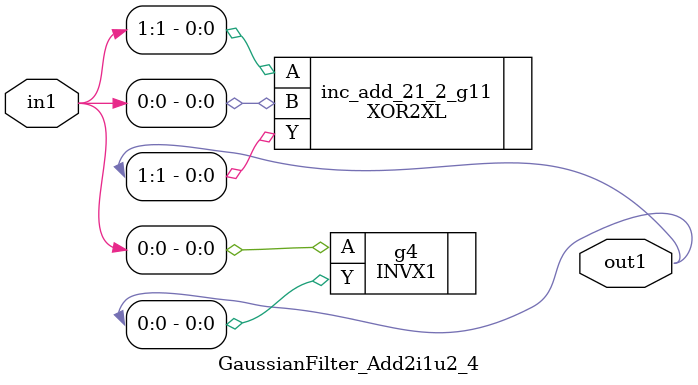
<source format=v>
`timescale 1ps / 1ps


module GaussianFilter_Add2i1u2_4(in1, out1);
  input [1:0] in1;
  output [1:0] out1;
  wire [1:0] in1;
  wire [1:0] out1;
  INVX1 g4(.A (in1[0]), .Y (out1[0]));
  XOR2XL inc_add_21_2_g11(.A (in1[1]), .B (in1[0]), .Y (out1[1]));
endmodule



</source>
